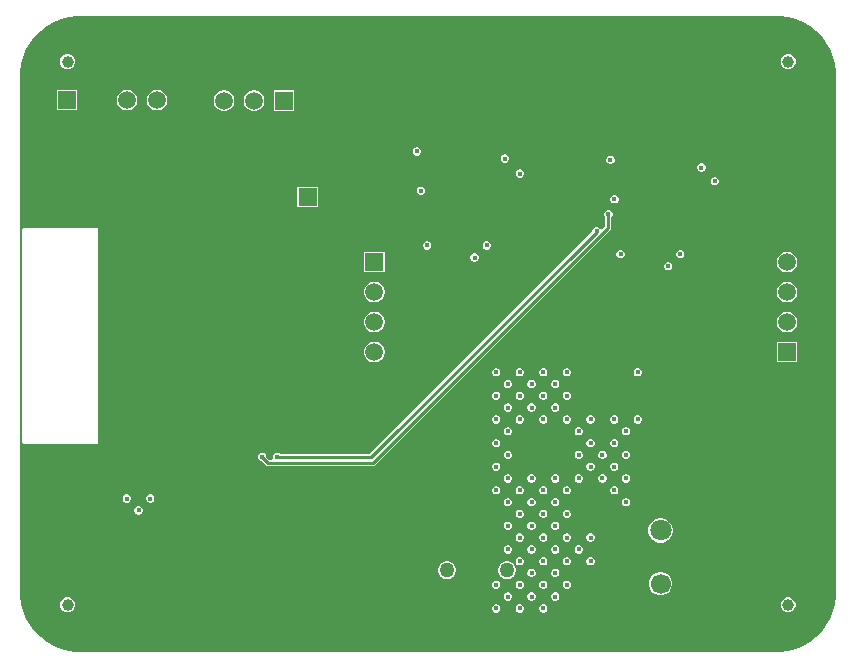
<source format=gbr>
%TF.GenerationSoftware,Altium Limited,Altium Designer,22.10.1 (41)*%
G04 Layer_Physical_Order=4*
G04 Layer_Color=16711680*
%FSLAX45Y45*%
%MOMM*%
%TF.SameCoordinates,C9E4A285-3493-4599-8121-F693CE24ADE7*%
%TF.FilePolarity,Positive*%
%TF.FileFunction,Copper,L4,Bot,Signal*%
%TF.Part,Single*%
G01*
G75*
%TA.AperFunction,Conductor*%
%ADD27C,0.25400*%
%TA.AperFunction,ComponentPad*%
%ADD28C,1.27000*%
%ADD29C,1.50000*%
%ADD30R,1.50000X1.50000*%
%ADD31R,1.50000X1.50000*%
%ADD32C,1.80000*%
%ADD33C,1.70000*%
%TA.AperFunction,ViaPad*%
%ADD34C,0.45000*%
%ADD35C,1.00000*%
G36*
X508000Y5384800D02*
X6400797Y5384798D01*
X6400798Y5384798D01*
X6400798Y5384798D01*
X6434094Y5384798D01*
X6500117Y5376107D01*
X6564440Y5358872D01*
X6625963Y5333389D01*
X6683634Y5300093D01*
X6736465Y5259554D01*
X6783553Y5212467D01*
X6824092Y5159636D01*
X6857389Y5101965D01*
X6882872Y5040442D01*
X6900108Y4976119D01*
X6908800Y4910096D01*
X6908799Y4876800D01*
X6908800Y508000D01*
X6908799Y508000D01*
X6908799Y474704D01*
X6900108Y408681D01*
X6882872Y344358D01*
X6857389Y282835D01*
X6824093Y225164D01*
X6783554Y172333D01*
X6736466Y125246D01*
X6683635Y84707D01*
X6625965Y51411D01*
X6564442Y25927D01*
X6500118Y8692D01*
X6434096Y0D01*
X6400800Y0D01*
X507995D01*
X474699Y0D01*
X408676Y8692D01*
X344354Y25927D01*
X282831Y51411D01*
X225160Y84707D01*
X172330Y125246D01*
X125242Y172333D01*
X84704Y225165D01*
X51408Y282835D01*
X25925Y344358D01*
X8691Y408681D01*
X-0Y474704D01*
X0Y508000D01*
X0Y4864834D01*
X1Y4876796D01*
X1Y4876796D01*
X1Y4876797D01*
X0Y4876797D01*
X0Y4910093D01*
X8691Y4976116D01*
X25926Y5040439D01*
X51409Y5101963D01*
X84705Y5159634D01*
X125243Y5212466D01*
X172331Y5259554D01*
X225163Y5300093D01*
X282834Y5333390D01*
X344357Y5358873D01*
X408681Y5376108D01*
X474703Y5384800D01*
X508000Y5384800D01*
D02*
G37*
%LPC*%
G36*
X6512472Y5062700D02*
X6487528D01*
X6464483Y5053154D01*
X6446846Y5035516D01*
X6437300Y5012472D01*
Y4987528D01*
X6446846Y4964483D01*
X6464483Y4946846D01*
X6487528Y4937300D01*
X6512472D01*
X6535517Y4946846D01*
X6553154Y4964483D01*
X6562700Y4987528D01*
Y5012472D01*
X6553154Y5035516D01*
X6535517Y5053154D01*
X6512472Y5062700D01*
D02*
G37*
G36*
X412472D02*
X387528D01*
X364483Y5053154D01*
X346846Y5035516D01*
X337300Y5012472D01*
Y4987528D01*
X346846Y4964483D01*
X364483Y4946846D01*
X387528Y4937300D01*
X412472D01*
X435517Y4946846D01*
X453154Y4964483D01*
X462700Y4987528D01*
Y5012472D01*
X453154Y5035516D01*
X435517Y5053154D01*
X412472Y5062700D01*
D02*
G37*
G36*
X1167246Y4761300D02*
X1144154D01*
X1121849Y4755323D01*
X1101851Y4743777D01*
X1085523Y4727449D01*
X1073977Y4707451D01*
X1068000Y4685146D01*
Y4662054D01*
X1073977Y4639749D01*
X1085523Y4619751D01*
X1101851Y4603423D01*
X1121849Y4591877D01*
X1144154Y4585900D01*
X1167246D01*
X1189551Y4591877D01*
X1209549Y4603423D01*
X1225877Y4619751D01*
X1237423Y4639749D01*
X1243400Y4662054D01*
Y4685146D01*
X1237423Y4707451D01*
X1225877Y4727449D01*
X1209549Y4743777D01*
X1189551Y4755323D01*
X1167246Y4761300D01*
D02*
G37*
G36*
X913246D02*
X890154D01*
X867849Y4755323D01*
X847851Y4743777D01*
X831523Y4727449D01*
X819977Y4707451D01*
X814000Y4685146D01*
Y4662054D01*
X819977Y4639749D01*
X831523Y4619751D01*
X847851Y4603423D01*
X867849Y4591877D01*
X890154Y4585900D01*
X913246D01*
X935551Y4591877D01*
X955549Y4603423D01*
X971877Y4619751D01*
X983423Y4639749D01*
X989400Y4662054D01*
Y4685146D01*
X983423Y4707451D01*
X971877Y4727449D01*
X955549Y4743777D01*
X935551Y4755323D01*
X913246Y4761300D01*
D02*
G37*
G36*
X481400D02*
X306000D01*
Y4585900D01*
X481400D01*
Y4761300D01*
D02*
G37*
G36*
X2319700Y4757700D02*
X2144300D01*
Y4582300D01*
X2319700D01*
Y4757700D01*
D02*
G37*
G36*
X1989546D02*
X1966454D01*
X1944149Y4751723D01*
X1924151Y4740177D01*
X1907823Y4723849D01*
X1896277Y4703851D01*
X1890300Y4681546D01*
Y4658454D01*
X1896277Y4636149D01*
X1907823Y4616151D01*
X1924151Y4599823D01*
X1944149Y4588277D01*
X1966454Y4582300D01*
X1989546D01*
X2011851Y4588277D01*
X2031849Y4599823D01*
X2048177Y4616151D01*
X2059723Y4636149D01*
X2065700Y4658454D01*
Y4681546D01*
X2059723Y4703851D01*
X2048177Y4723849D01*
X2031849Y4740177D01*
X2011851Y4751723D01*
X1989546Y4757700D01*
D02*
G37*
G36*
X1735546D02*
X1712454D01*
X1690149Y4751723D01*
X1670151Y4740177D01*
X1653823Y4723849D01*
X1642277Y4703851D01*
X1636300Y4681546D01*
Y4658454D01*
X1642277Y4636149D01*
X1653823Y4616151D01*
X1670151Y4599823D01*
X1690149Y4588277D01*
X1712454Y4582300D01*
X1735546D01*
X1757851Y4588277D01*
X1777849Y4599823D01*
X1794177Y4616151D01*
X1805723Y4636149D01*
X1811700Y4658454D01*
Y4681546D01*
X1805723Y4703851D01*
X1794177Y4723849D01*
X1777849Y4740177D01*
X1757851Y4751723D01*
X1735546Y4757700D01*
D02*
G37*
G36*
X3363702Y4273738D02*
X3349698D01*
X3336761Y4268380D01*
X3326859Y4258478D01*
X3321500Y4245540D01*
Y4231537D01*
X3326859Y4218600D01*
X3336761Y4208698D01*
X3349698Y4203339D01*
X3363702D01*
X3376639Y4208698D01*
X3386541Y4218600D01*
X3391900Y4231537D01*
Y4245540D01*
X3386541Y4258478D01*
X3376639Y4268380D01*
X3363702Y4273738D01*
D02*
G37*
G36*
X4109102Y4213500D02*
X4095098D01*
X4082161Y4208141D01*
X4072259Y4198239D01*
X4066900Y4185302D01*
Y4171298D01*
X4072259Y4158361D01*
X4082161Y4148459D01*
X4095098Y4143100D01*
X4109102D01*
X4122039Y4148459D01*
X4131941Y4158361D01*
X4137300Y4171298D01*
Y4185302D01*
X4131941Y4198239D01*
X4122039Y4208141D01*
X4109102Y4213500D01*
D02*
G37*
G36*
X5002002Y4202618D02*
X4987998D01*
X4975061Y4197260D01*
X4965159Y4187358D01*
X4959800Y4174420D01*
Y4160417D01*
X4965159Y4147480D01*
X4975061Y4137578D01*
X4987998Y4132219D01*
X5002002D01*
X5014939Y4137578D01*
X5024841Y4147480D01*
X5030200Y4160417D01*
Y4174420D01*
X5024841Y4187358D01*
X5014939Y4197260D01*
X5002002Y4202618D01*
D02*
G37*
G36*
X5772802Y4137300D02*
X5758798D01*
X5745861Y4131941D01*
X5735959Y4122039D01*
X5730600Y4109102D01*
Y4095098D01*
X5735959Y4082161D01*
X5745861Y4072259D01*
X5758798Y4066900D01*
X5772802D01*
X5785739Y4072259D01*
X5795641Y4082161D01*
X5801000Y4095098D01*
Y4109102D01*
X5795641Y4122039D01*
X5785739Y4131941D01*
X5772802Y4137300D01*
D02*
G37*
G36*
X4236102Y4086500D02*
X4222098D01*
X4209161Y4081141D01*
X4199259Y4071239D01*
X4193900Y4058302D01*
Y4044298D01*
X4199259Y4031361D01*
X4209161Y4021459D01*
X4222098Y4016100D01*
X4236102D01*
X4249039Y4021459D01*
X4258941Y4031361D01*
X4264300Y4044298D01*
Y4058302D01*
X4258941Y4071239D01*
X4249039Y4081141D01*
X4236102Y4086500D01*
D02*
G37*
G36*
X5887102Y4023000D02*
X5873098D01*
X5860161Y4017641D01*
X5850259Y4007739D01*
X5844900Y3994802D01*
Y3980798D01*
X5850259Y3967861D01*
X5860161Y3957959D01*
X5873098Y3952600D01*
X5887102D01*
X5900039Y3957959D01*
X5909941Y3967861D01*
X5915300Y3980798D01*
Y3994802D01*
X5909941Y4007739D01*
X5900039Y4017641D01*
X5887102Y4023000D01*
D02*
G37*
G36*
X3397902Y3941720D02*
X3383898D01*
X3370961Y3936361D01*
X3361059Y3926459D01*
X3355700Y3913522D01*
Y3899518D01*
X3361059Y3886581D01*
X3370961Y3876679D01*
X3383898Y3871320D01*
X3397902D01*
X3410839Y3876679D01*
X3420741Y3886581D01*
X3426100Y3899518D01*
Y3913522D01*
X3420741Y3926459D01*
X3410839Y3936361D01*
X3397902Y3941720D01*
D02*
G37*
G36*
X5036202Y3868720D02*
X5022198D01*
X5009261Y3863361D01*
X4999359Y3853459D01*
X4994000Y3840522D01*
Y3826518D01*
X4999359Y3813581D01*
X5009261Y3803679D01*
X5022198Y3798320D01*
X5036202D01*
X5049139Y3803679D01*
X5059041Y3813581D01*
X5064400Y3826518D01*
Y3840522D01*
X5059041Y3853459D01*
X5049139Y3863361D01*
X5036202Y3868720D01*
D02*
G37*
G36*
X2521020Y3940880D02*
X2345620D01*
Y3765480D01*
X2521020D01*
Y3940880D01*
D02*
G37*
G36*
X4985402Y3743600D02*
X4971398D01*
X4958461Y3738241D01*
X4948559Y3728339D01*
X4943200Y3715402D01*
Y3701398D01*
X4948559Y3688461D01*
X4952502Y3684518D01*
Y3605126D01*
X4924115Y3576739D01*
X4909134Y3579719D01*
X4908181Y3582019D01*
X4898279Y3591921D01*
X4885342Y3597280D01*
X4871338D01*
X4858401Y3591921D01*
X4848499Y3582019D01*
X4843140Y3569082D01*
Y3561505D01*
X2961213Y1679578D01*
X2197982D01*
X2194039Y1683521D01*
X2181102Y1688880D01*
X2167098D01*
X2154161Y1683521D01*
X2144259Y1673619D01*
X2138900Y1660682D01*
Y1646678D01*
X2141112Y1641338D01*
X2132769Y1628638D01*
X2108767D01*
X2082440Y1654965D01*
Y1660542D01*
X2077081Y1673479D01*
X2067179Y1683381D01*
X2054242Y1688740D01*
X2040238D01*
X2027301Y1683381D01*
X2017399Y1673479D01*
X2012040Y1660542D01*
Y1646538D01*
X2017399Y1633601D01*
X2027301Y1623699D01*
X2040238Y1618340D01*
X2045815D01*
X2079728Y1584428D01*
X2088129Y1578814D01*
X2098040Y1576842D01*
X2986741D01*
X2996651Y1578814D01*
X3005053Y1584428D01*
X4996712Y3576087D01*
X5002326Y3584489D01*
X5004298Y3594399D01*
Y3684518D01*
X5008241Y3688461D01*
X5013600Y3701398D01*
Y3715402D01*
X5008241Y3728339D01*
X4998339Y3738241D01*
X4985402Y3743600D01*
D02*
G37*
G36*
X3449802Y3478340D02*
X3435798D01*
X3422861Y3472981D01*
X3412959Y3463079D01*
X3407600Y3450142D01*
Y3436138D01*
X3412959Y3423201D01*
X3422861Y3413299D01*
X3435798Y3407940D01*
X3449802D01*
X3462739Y3413299D01*
X3472641Y3423201D01*
X3478000Y3436138D01*
Y3450142D01*
X3472641Y3463079D01*
X3462739Y3472981D01*
X3449802Y3478340D01*
D02*
G37*
G36*
X3955532Y3477990D02*
X3941528D01*
X3928591Y3472631D01*
X3918689Y3462729D01*
X3913330Y3449792D01*
Y3435788D01*
X3918689Y3422851D01*
X3928591Y3412949D01*
X3941528Y3407590D01*
X3955532D01*
X3968469Y3412949D01*
X3978371Y3422851D01*
X3983730Y3435788D01*
Y3449792D01*
X3978371Y3462729D01*
X3968469Y3472631D01*
X3955532Y3477990D01*
D02*
G37*
G36*
X5088102Y3405340D02*
X5074098D01*
X5061161Y3399981D01*
X5051259Y3390079D01*
X5045900Y3377142D01*
Y3363139D01*
X5051259Y3350201D01*
X5061161Y3340299D01*
X5074098Y3334940D01*
X5088102D01*
X5101039Y3340299D01*
X5110941Y3350201D01*
X5116300Y3363139D01*
Y3377142D01*
X5110941Y3390079D01*
X5101039Y3399981D01*
X5088102Y3405340D01*
D02*
G37*
G36*
X5593902Y3405060D02*
X5579898D01*
X5566961Y3399701D01*
X5557059Y3389799D01*
X5551700Y3376862D01*
Y3362859D01*
X5557059Y3349921D01*
X5566961Y3340019D01*
X5579898Y3334661D01*
X5593902D01*
X5606839Y3340019D01*
X5616741Y3349921D01*
X5622100Y3362859D01*
Y3376862D01*
X5616741Y3389799D01*
X5606839Y3399701D01*
X5593902Y3405060D01*
D02*
G37*
G36*
X3852562Y3375300D02*
X3838558D01*
X3825621Y3369941D01*
X3815719Y3360039D01*
X3810360Y3347102D01*
Y3333098D01*
X3815719Y3320161D01*
X3825621Y3310259D01*
X3838558Y3304900D01*
X3852562D01*
X3865499Y3310259D01*
X3875401Y3320161D01*
X3880760Y3333098D01*
Y3347102D01*
X3875401Y3360039D01*
X3865499Y3369941D01*
X3852562Y3375300D01*
D02*
G37*
G36*
X5490862Y3302300D02*
X5476858D01*
X5463921Y3296941D01*
X5454019Y3287039D01*
X5448660Y3274102D01*
Y3260098D01*
X5454019Y3247161D01*
X5463921Y3237259D01*
X5476858Y3231900D01*
X5490862D01*
X5503799Y3237259D01*
X5513701Y3247161D01*
X5519060Y3260098D01*
Y3274102D01*
X5513701Y3287039D01*
X5503799Y3296941D01*
X5490862Y3302300D01*
D02*
G37*
G36*
X6501246Y3389700D02*
X6478154D01*
X6455849Y3383723D01*
X6435851Y3372177D01*
X6419523Y3355849D01*
X6407977Y3335851D01*
X6402000Y3313546D01*
Y3290454D01*
X6407977Y3268149D01*
X6419523Y3248151D01*
X6435851Y3231823D01*
X6455849Y3220277D01*
X6478154Y3214300D01*
X6501246D01*
X6523551Y3220277D01*
X6543549Y3231823D01*
X6559877Y3248151D01*
X6571423Y3268149D01*
X6577400Y3290454D01*
Y3313546D01*
X6571423Y3335851D01*
X6559877Y3355849D01*
X6543549Y3372177D01*
X6523551Y3383723D01*
X6501246Y3389700D01*
D02*
G37*
G36*
X3084900D02*
X2909500D01*
Y3214300D01*
X3084900D01*
Y3389700D01*
D02*
G37*
G36*
X6501246Y3135700D02*
X6478154D01*
X6455849Y3129723D01*
X6435851Y3118177D01*
X6419523Y3101849D01*
X6407977Y3081851D01*
X6402000Y3059546D01*
Y3036454D01*
X6407977Y3014149D01*
X6419523Y2994151D01*
X6435851Y2977823D01*
X6455849Y2966277D01*
X6478154Y2960300D01*
X6501246D01*
X6523551Y2966277D01*
X6543549Y2977823D01*
X6559877Y2994151D01*
X6571423Y3014149D01*
X6577400Y3036454D01*
Y3059546D01*
X6571423Y3081851D01*
X6559877Y3101849D01*
X6543549Y3118177D01*
X6523551Y3129723D01*
X6501246Y3135700D01*
D02*
G37*
G36*
X3008746D02*
X2985654D01*
X2963349Y3129723D01*
X2943351Y3118177D01*
X2927023Y3101849D01*
X2915477Y3081851D01*
X2909500Y3059546D01*
Y3036454D01*
X2915477Y3014149D01*
X2927023Y2994151D01*
X2943351Y2977823D01*
X2963349Y2966277D01*
X2985654Y2960300D01*
X3008746D01*
X3031051Y2966277D01*
X3051049Y2977823D01*
X3067377Y2994151D01*
X3078923Y3014149D01*
X3084900Y3036454D01*
Y3059546D01*
X3078923Y3081851D01*
X3067377Y3101849D01*
X3051049Y3118177D01*
X3031051Y3129723D01*
X3008746Y3135700D01*
D02*
G37*
G36*
X6501246Y2881700D02*
X6478154D01*
X6455849Y2875723D01*
X6435851Y2864177D01*
X6419523Y2847849D01*
X6407977Y2827851D01*
X6402000Y2805546D01*
Y2782454D01*
X6407977Y2760149D01*
X6419523Y2740151D01*
X6435851Y2723823D01*
X6455849Y2712277D01*
X6478154Y2706300D01*
X6501246D01*
X6523551Y2712277D01*
X6543549Y2723823D01*
X6559877Y2740151D01*
X6571423Y2760149D01*
X6577400Y2782454D01*
Y2805546D01*
X6571423Y2827851D01*
X6559877Y2847849D01*
X6543549Y2864177D01*
X6523551Y2875723D01*
X6501246Y2881700D01*
D02*
G37*
G36*
X3008746D02*
X2985654D01*
X2963349Y2875723D01*
X2943351Y2864177D01*
X2927023Y2847849D01*
X2915477Y2827851D01*
X2909500Y2805546D01*
Y2782454D01*
X2915477Y2760149D01*
X2927023Y2740151D01*
X2943351Y2723823D01*
X2963349Y2712277D01*
X2985654Y2706300D01*
X3008746D01*
X3031051Y2712277D01*
X3051049Y2723823D01*
X3067377Y2740151D01*
X3078923Y2760149D01*
X3084900Y2782454D01*
Y2805546D01*
X3078923Y2827851D01*
X3067377Y2847849D01*
X3051049Y2864177D01*
X3031051Y2875723D01*
X3008746Y2881700D01*
D02*
G37*
G36*
X6577400Y2627700D02*
X6402000D01*
Y2452300D01*
X6577400D01*
Y2627700D01*
D02*
G37*
G36*
X3008746D02*
X2985654D01*
X2963349Y2621723D01*
X2943351Y2610177D01*
X2927023Y2593849D01*
X2915477Y2573851D01*
X2909500Y2551546D01*
Y2528454D01*
X2915477Y2506149D01*
X2927023Y2486151D01*
X2943351Y2469823D01*
X2963349Y2458277D01*
X2985654Y2452300D01*
X3008746D01*
X3031051Y2458277D01*
X3051049Y2469823D01*
X3067377Y2486151D01*
X3078923Y2506149D01*
X3084900Y2528454D01*
Y2551546D01*
X3078923Y2573851D01*
X3067377Y2593849D01*
X3051049Y2610177D01*
X3031051Y2621723D01*
X3008746Y2627700D01*
D02*
G37*
G36*
X4034504Y2405099D02*
X4020501D01*
X4007563Y2399740D01*
X3997662Y2389838D01*
X3992303Y2376901D01*
Y2362897D01*
X3997662Y2349960D01*
X4007563Y2340058D01*
X4020501Y2334699D01*
X4034504D01*
X4047441Y2340058D01*
X4057343Y2349960D01*
X4062702Y2362897D01*
Y2376901D01*
X4057343Y2389838D01*
X4047441Y2399740D01*
X4034504Y2405099D01*
D02*
G37*
G36*
X4234504Y2405098D02*
X4220501D01*
X4207563Y2399739D01*
X4197661Y2389837D01*
X4192303Y2376900D01*
Y2362897D01*
X4197661Y2349959D01*
X4207563Y2340058D01*
X4220501Y2334699D01*
X4234504D01*
X4247441Y2340058D01*
X4257343Y2349959D01*
X4262702Y2362897D01*
Y2376900D01*
X4257343Y2389837D01*
X4247441Y2399739D01*
X4234504Y2405098D01*
D02*
G37*
G36*
X4434504Y2405098D02*
X4420500D01*
X4407563Y2399739D01*
X4397661Y2389837D01*
X4392302Y2376900D01*
Y2362896D01*
X4397661Y2349959D01*
X4407563Y2340057D01*
X4420500Y2334698D01*
X4434504D01*
X4447441Y2340057D01*
X4457343Y2349959D01*
X4462702Y2362896D01*
Y2376900D01*
X4457343Y2389837D01*
X4447441Y2399739D01*
X4434504Y2405098D01*
D02*
G37*
G36*
X4634504Y2405098D02*
X4620500D01*
X4607563Y2399739D01*
X4597661Y2389837D01*
X4592302Y2376900D01*
Y2362896D01*
X4597661Y2349959D01*
X4607563Y2340057D01*
X4620500Y2334698D01*
X4634504D01*
X4647441Y2340057D01*
X4657343Y2349959D01*
X4662702Y2362896D01*
Y2376900D01*
X4657343Y2389837D01*
X4647441Y2399739D01*
X4634504Y2405098D01*
D02*
G37*
G36*
X5234503Y2405097D02*
X5220500D01*
X5207563Y2399738D01*
X5197661Y2389836D01*
X5192302Y2376899D01*
Y2362895D01*
X5197661Y2349958D01*
X5207563Y2340056D01*
X5220500Y2334697D01*
X5234503D01*
X5247441Y2340056D01*
X5257343Y2349958D01*
X5262701Y2362895D01*
Y2376899D01*
X5257343Y2389836D01*
X5247441Y2399738D01*
X5234503Y2405097D01*
D02*
G37*
G36*
X4134504Y2305099D02*
X4120501D01*
X4107563Y2299740D01*
X4097661Y2289838D01*
X4092302Y2276900D01*
Y2262897D01*
X4097661Y2249960D01*
X4107563Y2240058D01*
X4120501Y2234699D01*
X4134504D01*
X4147441Y2240058D01*
X4157343Y2249960D01*
X4162702Y2262897D01*
Y2276900D01*
X4157343Y2289838D01*
X4147441Y2299740D01*
X4134504Y2305099D01*
D02*
G37*
G36*
X4334504Y2305098D02*
X4320500D01*
X4307563Y2299739D01*
X4297661Y2289837D01*
X4292302Y2276900D01*
Y2262897D01*
X4297661Y2249959D01*
X4307563Y2240057D01*
X4320500Y2234699D01*
X4334504D01*
X4347441Y2240057D01*
X4357343Y2249959D01*
X4362702Y2262897D01*
Y2276900D01*
X4357343Y2289837D01*
X4347441Y2299739D01*
X4334504Y2305098D01*
D02*
G37*
G36*
X4534504Y2305098D02*
X4520500D01*
X4507563Y2299739D01*
X4497661Y2289837D01*
X4492302Y2276900D01*
Y2262896D01*
X4497661Y2249959D01*
X4507563Y2240057D01*
X4520500Y2234698D01*
X4534504D01*
X4547441Y2240057D01*
X4557343Y2249959D01*
X4562702Y2262896D01*
Y2276900D01*
X4557343Y2289837D01*
X4547441Y2299739D01*
X4534504Y2305098D01*
D02*
G37*
G36*
X4034504Y2205099D02*
X4020500D01*
X4007563Y2199740D01*
X3997661Y2189838D01*
X3992302Y2176901D01*
Y2162897D01*
X3997661Y2149960D01*
X4007563Y2140058D01*
X4020500Y2134699D01*
X4034504D01*
X4047441Y2140058D01*
X4057343Y2149960D01*
X4062702Y2162897D01*
Y2176901D01*
X4057343Y2189838D01*
X4047441Y2199740D01*
X4034504Y2205099D01*
D02*
G37*
G36*
X4234504Y2205098D02*
X4220500D01*
X4207563Y2199740D01*
X4197661Y2189838D01*
X4192302Y2176900D01*
Y2162897D01*
X4197661Y2149960D01*
X4207563Y2140058D01*
X4220500Y2134699D01*
X4234504D01*
X4247441Y2140058D01*
X4257343Y2149960D01*
X4262702Y2162897D01*
Y2176900D01*
X4257343Y2189838D01*
X4247441Y2199740D01*
X4234504Y2205098D01*
D02*
G37*
G36*
X4434504Y2205098D02*
X4420500D01*
X4407563Y2199739D01*
X4397661Y2189837D01*
X4392302Y2176900D01*
Y2162897D01*
X4397661Y2149959D01*
X4407563Y2140057D01*
X4420500Y2134699D01*
X4434504D01*
X4447441Y2140057D01*
X4457343Y2149959D01*
X4462702Y2162897D01*
Y2176900D01*
X4457343Y2189837D01*
X4447441Y2199739D01*
X4434504Y2205098D01*
D02*
G37*
G36*
X4634504Y2205098D02*
X4620500D01*
X4607563Y2199739D01*
X4597661Y2189837D01*
X4592302Y2176900D01*
Y2162896D01*
X4597661Y2149959D01*
X4607563Y2140057D01*
X4620500Y2134698D01*
X4634504D01*
X4647441Y2140057D01*
X4657343Y2149959D01*
X4662702Y2162896D01*
Y2176900D01*
X4657343Y2189837D01*
X4647441Y2199739D01*
X4634504Y2205098D01*
D02*
G37*
G36*
X4134504Y2105099D02*
X4120500D01*
X4107563Y2099740D01*
X4097661Y2089838D01*
X4092302Y2076901D01*
Y2062897D01*
X4097661Y2049960D01*
X4107563Y2040058D01*
X4120500Y2034699D01*
X4134504D01*
X4147441Y2040058D01*
X4157343Y2049960D01*
X4162702Y2062897D01*
Y2076901D01*
X4157343Y2089838D01*
X4147441Y2099740D01*
X4134504Y2105099D01*
D02*
G37*
G36*
X4334504Y2105098D02*
X4320500D01*
X4307563Y2099740D01*
X4297661Y2089838D01*
X4292302Y2076900D01*
Y2062897D01*
X4297661Y2049960D01*
X4307563Y2040058D01*
X4320500Y2034699D01*
X4334504D01*
X4347441Y2040058D01*
X4357343Y2049960D01*
X4362702Y2062897D01*
Y2076900D01*
X4357343Y2089838D01*
X4347441Y2099740D01*
X4334504Y2105098D01*
D02*
G37*
G36*
X4534504Y2105098D02*
X4520500D01*
X4507563Y2099739D01*
X4497661Y2089837D01*
X4492302Y2076900D01*
Y2062897D01*
X4497661Y2049959D01*
X4507563Y2040057D01*
X4520500Y2034698D01*
X4534504D01*
X4547441Y2040057D01*
X4557343Y2049959D01*
X4562702Y2062897D01*
Y2076900D01*
X4557343Y2089837D01*
X4547441Y2099739D01*
X4534504Y2105098D01*
D02*
G37*
G36*
X4034504Y2005099D02*
X4020500D01*
X4007563Y1999740D01*
X3997661Y1989838D01*
X3992302Y1976901D01*
Y1962897D01*
X3997661Y1949960D01*
X4007563Y1940058D01*
X4020500Y1934699D01*
X4034504D01*
X4047441Y1940058D01*
X4057343Y1949960D01*
X4062702Y1962897D01*
Y1976901D01*
X4057343Y1989838D01*
X4047441Y1999740D01*
X4034504Y2005099D01*
D02*
G37*
G36*
X4234504Y2005099D02*
X4220500D01*
X4207563Y1999740D01*
X4197661Y1989838D01*
X4192302Y1976901D01*
Y1962897D01*
X4197661Y1949960D01*
X4207563Y1940058D01*
X4220500Y1934699D01*
X4234504D01*
X4247441Y1940058D01*
X4257343Y1949960D01*
X4262702Y1962897D01*
Y1976901D01*
X4257343Y1989838D01*
X4247441Y1999740D01*
X4234504Y2005099D01*
D02*
G37*
G36*
X4434503Y2005098D02*
X4420500D01*
X4407563Y1999739D01*
X4397661Y1989838D01*
X4392302Y1976900D01*
Y1962897D01*
X4397661Y1949960D01*
X4407563Y1940058D01*
X4420500Y1934699D01*
X4434503D01*
X4447441Y1940058D01*
X4457343Y1949960D01*
X4462702Y1962897D01*
Y1976900D01*
X4457343Y1989838D01*
X4447441Y1999739D01*
X4434503Y2005098D01*
D02*
G37*
G36*
X4634503Y2005098D02*
X4620500D01*
X4607563Y1999739D01*
X4597661Y1989837D01*
X4592302Y1976900D01*
Y1962897D01*
X4597661Y1949959D01*
X4607563Y1940057D01*
X4620500Y1934698D01*
X4634503D01*
X4647441Y1940057D01*
X4657342Y1949959D01*
X4662701Y1962897D01*
Y1976900D01*
X4657342Y1989837D01*
X4647441Y1999739D01*
X4634503Y2005098D01*
D02*
G37*
G36*
X4834503Y2005098D02*
X4820500D01*
X4807562Y1999739D01*
X4797660Y1989837D01*
X4792302Y1976900D01*
Y1962896D01*
X4797660Y1949959D01*
X4807562Y1940057D01*
X4820500Y1934698D01*
X4834503D01*
X4847440Y1940057D01*
X4857342Y1949959D01*
X4862701Y1962896D01*
Y1976900D01*
X4857342Y1989837D01*
X4847440Y1999739D01*
X4834503Y2005098D01*
D02*
G37*
G36*
X5034503Y2005098D02*
X5020499D01*
X5007562Y1999739D01*
X4997660Y1989837D01*
X4992301Y1976900D01*
Y1962896D01*
X4997660Y1949959D01*
X5007562Y1940057D01*
X5020499Y1934698D01*
X5034503D01*
X5047440Y1940057D01*
X5057342Y1949959D01*
X5062701Y1962896D01*
Y1976900D01*
X5057342Y1989837D01*
X5047440Y1999739D01*
X5034503Y2005098D01*
D02*
G37*
G36*
X5234503Y2005097D02*
X5220499D01*
X5207562Y1999738D01*
X5197660Y1989837D01*
X5192301Y1976899D01*
Y1962896D01*
X5197660Y1949959D01*
X5207562Y1940057D01*
X5220499Y1934698D01*
X5234503D01*
X5247440Y1940057D01*
X5257342Y1949959D01*
X5262701Y1962896D01*
Y1976899D01*
X5257342Y1989837D01*
X5247440Y1999738D01*
X5234503Y2005097D01*
D02*
G37*
G36*
X4134504Y1905099D02*
X4120500D01*
X4107563Y1899740D01*
X4097661Y1889838D01*
X4092302Y1876901D01*
Y1862897D01*
X4097661Y1849960D01*
X4107563Y1840058D01*
X4120500Y1834699D01*
X4134504D01*
X4147441Y1840058D01*
X4157343Y1849960D01*
X4162702Y1862897D01*
Y1876901D01*
X4157343Y1889838D01*
X4147441Y1899740D01*
X4134504Y1905099D01*
D02*
G37*
G36*
X4734503Y1905098D02*
X4720500D01*
X4707562Y1899739D01*
X4697660Y1889837D01*
X4692302Y1876900D01*
Y1862896D01*
X4697660Y1849959D01*
X4707562Y1840057D01*
X4720500Y1834698D01*
X4734503D01*
X4747440Y1840057D01*
X4757342Y1849959D01*
X4762701Y1862896D01*
Y1876900D01*
X4757342Y1889837D01*
X4747440Y1899739D01*
X4734503Y1905098D01*
D02*
G37*
G36*
X5134503Y1905098D02*
X5120499D01*
X5107562Y1899739D01*
X5097660Y1889837D01*
X5092301Y1876899D01*
Y1862896D01*
X5097660Y1849959D01*
X5107562Y1840057D01*
X5120499Y1834698D01*
X5134503D01*
X5147440Y1840057D01*
X5157342Y1849959D01*
X5162701Y1862896D01*
Y1876899D01*
X5157342Y1889837D01*
X5147440Y1899739D01*
X5134503Y1905098D01*
D02*
G37*
G36*
X647206Y3590747D02*
X28206D01*
X18486Y3586721D01*
X14459Y3577001D01*
Y1777001D01*
X18486Y1767280D01*
X28206Y1763254D01*
X647206D01*
X656926Y1767280D01*
X660952Y1777001D01*
Y3577001D01*
X656926Y3586721D01*
X647206Y3590747D01*
D02*
G37*
G36*
X4034503Y1805099D02*
X4020500D01*
X4007563Y1799740D01*
X3997661Y1789838D01*
X3992302Y1776901D01*
Y1762897D01*
X3997661Y1749960D01*
X4007563Y1740058D01*
X4020500Y1734699D01*
X4034503D01*
X4047441Y1740058D01*
X4057343Y1749960D01*
X4062702Y1762897D01*
Y1776901D01*
X4057343Y1789838D01*
X4047441Y1799740D01*
X4034503Y1805099D01*
D02*
G37*
G36*
X4834503Y1805098D02*
X4820499D01*
X4807562Y1799739D01*
X4797660Y1789837D01*
X4792301Y1776900D01*
Y1762896D01*
X4797660Y1749959D01*
X4807562Y1740057D01*
X4820499Y1734698D01*
X4834503D01*
X4847440Y1740057D01*
X4857342Y1749959D01*
X4862701Y1762896D01*
Y1776900D01*
X4857342Y1789837D01*
X4847440Y1799739D01*
X4834503Y1805098D01*
D02*
G37*
G36*
X5034503Y1805098D02*
X5020499D01*
X5007562Y1799739D01*
X4997660Y1789837D01*
X4992301Y1776900D01*
Y1762896D01*
X4997660Y1749959D01*
X5007562Y1740057D01*
X5020499Y1734698D01*
X5034503D01*
X5047440Y1740057D01*
X5057342Y1749959D01*
X5062701Y1762896D01*
Y1776900D01*
X5057342Y1789837D01*
X5047440Y1799739D01*
X5034503Y1805098D01*
D02*
G37*
G36*
X4134503Y1705099D02*
X4120500D01*
X4107563Y1699740D01*
X4097661Y1689838D01*
X4092302Y1676901D01*
Y1662897D01*
X4097661Y1649960D01*
X4107563Y1640058D01*
X4120500Y1634699D01*
X4134503D01*
X4147441Y1640058D01*
X4157342Y1649960D01*
X4162701Y1662897D01*
Y1676901D01*
X4157342Y1689838D01*
X4147441Y1699740D01*
X4134503Y1705099D01*
D02*
G37*
G36*
X4734503Y1705098D02*
X4720499D01*
X4707562Y1699739D01*
X4697660Y1689837D01*
X4692301Y1676900D01*
Y1662897D01*
X4697660Y1649959D01*
X4707562Y1640057D01*
X4720499Y1634699D01*
X4734503D01*
X4747440Y1640057D01*
X4757342Y1649959D01*
X4762701Y1662897D01*
Y1676900D01*
X4757342Y1689837D01*
X4747440Y1699739D01*
X4734503Y1705098D01*
D02*
G37*
G36*
X4934503Y1705098D02*
X4920499D01*
X4907562Y1699739D01*
X4897660Y1689837D01*
X4892301Y1676900D01*
Y1662896D01*
X4897660Y1649959D01*
X4907562Y1640057D01*
X4920499Y1634698D01*
X4934503D01*
X4947440Y1640057D01*
X4957342Y1649959D01*
X4962701Y1662896D01*
Y1676900D01*
X4957342Y1689837D01*
X4947440Y1699739D01*
X4934503Y1705098D01*
D02*
G37*
G36*
X5134503Y1705098D02*
X5120499D01*
X5107562Y1699739D01*
X5097660Y1689837D01*
X5092301Y1676900D01*
Y1662896D01*
X5097660Y1649959D01*
X5107562Y1640057D01*
X5120499Y1634698D01*
X5134503D01*
X5147440Y1640057D01*
X5157342Y1649959D01*
X5162701Y1662896D01*
Y1676900D01*
X5157342Y1689837D01*
X5147440Y1699739D01*
X5134503Y1705098D01*
D02*
G37*
G36*
X4034503Y1605099D02*
X4020500D01*
X4007562Y1599740D01*
X3997661Y1589838D01*
X3992302Y1576901D01*
Y1562898D01*
X3997661Y1549960D01*
X4007562Y1540058D01*
X4020500Y1534699D01*
X4034503D01*
X4047440Y1540058D01*
X4057342Y1549960D01*
X4062701Y1562898D01*
Y1576901D01*
X4057342Y1589838D01*
X4047440Y1599740D01*
X4034503Y1605099D01*
D02*
G37*
G36*
X4834503Y1605098D02*
X4820499D01*
X4807562Y1599739D01*
X4797660Y1589837D01*
X4792301Y1576900D01*
Y1562897D01*
X4797660Y1549959D01*
X4807562Y1540057D01*
X4820499Y1534698D01*
X4834503D01*
X4847440Y1540057D01*
X4857342Y1549959D01*
X4862701Y1562897D01*
Y1576900D01*
X4857342Y1589837D01*
X4847440Y1599739D01*
X4834503Y1605098D01*
D02*
G37*
G36*
X5034503Y1605098D02*
X5020499D01*
X5007562Y1599739D01*
X4997660Y1589837D01*
X4992301Y1576900D01*
Y1562896D01*
X4997660Y1549959D01*
X5007562Y1540057D01*
X5020499Y1534698D01*
X5034503D01*
X5047440Y1540057D01*
X5057342Y1549959D01*
X5062701Y1562896D01*
Y1576900D01*
X5057342Y1589837D01*
X5047440Y1599739D01*
X5034503Y1605098D01*
D02*
G37*
G36*
X4134503Y1505099D02*
X4120500D01*
X4107562Y1499740D01*
X4097660Y1489838D01*
X4092301Y1476901D01*
Y1462898D01*
X4097660Y1449960D01*
X4107562Y1440058D01*
X4120500Y1434699D01*
X4134503D01*
X4147440Y1440058D01*
X4157342Y1449960D01*
X4162701Y1462898D01*
Y1476901D01*
X4157342Y1489838D01*
X4147440Y1499740D01*
X4134503Y1505099D01*
D02*
G37*
G36*
X4334503Y1505099D02*
X4320499D01*
X4307562Y1499740D01*
X4297660Y1489838D01*
X4292301Y1476901D01*
Y1462897D01*
X4297660Y1449960D01*
X4307562Y1440058D01*
X4320499Y1434699D01*
X4334503D01*
X4347440Y1440058D01*
X4357342Y1449960D01*
X4362701Y1462897D01*
Y1476901D01*
X4357342Y1489838D01*
X4347440Y1499740D01*
X4334503Y1505099D01*
D02*
G37*
G36*
X4534503Y1505099D02*
X4520499D01*
X4507562Y1499740D01*
X4497660Y1489838D01*
X4492301Y1476901D01*
Y1462897D01*
X4497660Y1449960D01*
X4507562Y1440058D01*
X4520499Y1434699D01*
X4534503D01*
X4547440Y1440058D01*
X4557342Y1449960D01*
X4562701Y1462897D01*
Y1476901D01*
X4557342Y1489838D01*
X4547440Y1499740D01*
X4534503Y1505099D01*
D02*
G37*
G36*
X4734503Y1505098D02*
X4720499D01*
X4707562Y1499739D01*
X4697660Y1489838D01*
X4692301Y1476900D01*
Y1462897D01*
X4697660Y1449960D01*
X4707562Y1440058D01*
X4720499Y1434699D01*
X4734503D01*
X4747440Y1440058D01*
X4757342Y1449960D01*
X4762701Y1462897D01*
Y1476900D01*
X4757342Y1489838D01*
X4747440Y1499739D01*
X4734503Y1505098D01*
D02*
G37*
G36*
X4934502Y1505098D02*
X4920499D01*
X4907562Y1499739D01*
X4897660Y1489837D01*
X4892301Y1476900D01*
Y1462896D01*
X4897660Y1449959D01*
X4907562Y1440057D01*
X4920499Y1434698D01*
X4934502D01*
X4947440Y1440057D01*
X4957342Y1449959D01*
X4962701Y1462896D01*
Y1476900D01*
X4957342Y1489837D01*
X4947440Y1499739D01*
X4934502Y1505098D01*
D02*
G37*
G36*
X5134502Y1505098D02*
X5120499D01*
X5107562Y1499739D01*
X5097660Y1489837D01*
X5092301Y1476900D01*
Y1462896D01*
X5097660Y1449959D01*
X5107562Y1440057D01*
X5120499Y1434698D01*
X5134502D01*
X5147440Y1440057D01*
X5157341Y1449959D01*
X5162700Y1462896D01*
Y1476900D01*
X5157341Y1489837D01*
X5147440Y1499739D01*
X5134502Y1505098D01*
D02*
G37*
G36*
X4034503Y1405099D02*
X4020499D01*
X4007562Y1399740D01*
X3997660Y1389838D01*
X3992301Y1376901D01*
Y1362898D01*
X3997660Y1349960D01*
X4007562Y1340059D01*
X4020499Y1334700D01*
X4034503D01*
X4047440Y1340059D01*
X4057342Y1349960D01*
X4062701Y1362898D01*
Y1376901D01*
X4057342Y1389838D01*
X4047440Y1399740D01*
X4034503Y1405099D01*
D02*
G37*
G36*
X4234503Y1405099D02*
X4220499D01*
X4207562Y1399740D01*
X4197660Y1389838D01*
X4192301Y1376901D01*
Y1362897D01*
X4197660Y1349960D01*
X4207562Y1340058D01*
X4220499Y1334699D01*
X4234503D01*
X4247440Y1340058D01*
X4257342Y1349960D01*
X4262701Y1362897D01*
Y1376901D01*
X4257342Y1389838D01*
X4247440Y1399740D01*
X4234503Y1405099D01*
D02*
G37*
G36*
X4434503Y1405099D02*
X4420499D01*
X4407562Y1399740D01*
X4397660Y1389838D01*
X4392301Y1376901D01*
Y1362897D01*
X4397660Y1349960D01*
X4407562Y1340058D01*
X4420499Y1334699D01*
X4434503D01*
X4447440Y1340058D01*
X4457342Y1349960D01*
X4462701Y1362897D01*
Y1376901D01*
X4457342Y1389838D01*
X4447440Y1399740D01*
X4434503Y1405099D01*
D02*
G37*
G36*
X4634503Y1405099D02*
X4620499D01*
X4607562Y1399740D01*
X4597660Y1389838D01*
X4592301Y1376900D01*
Y1362897D01*
X4597660Y1349960D01*
X4607562Y1340058D01*
X4620499Y1334699D01*
X4634503D01*
X4647440Y1340058D01*
X4657342Y1349960D01*
X4662701Y1362897D01*
Y1376900D01*
X4657342Y1389838D01*
X4647440Y1399740D01*
X4634503Y1405099D01*
D02*
G37*
G36*
X5034502Y1405098D02*
X5020499D01*
X5007561Y1399739D01*
X4997660Y1389837D01*
X4992301Y1376900D01*
Y1362896D01*
X4997660Y1349959D01*
X5007561Y1340057D01*
X5020499Y1334698D01*
X5034502D01*
X5047439Y1340057D01*
X5057341Y1349959D01*
X5062700Y1362896D01*
Y1376900D01*
X5057341Y1389837D01*
X5047439Y1399739D01*
X5034502Y1405098D01*
D02*
G37*
G36*
X907002Y1335200D02*
X892998D01*
X880061Y1329841D01*
X870159Y1319939D01*
X864800Y1307001D01*
Y1292998D01*
X870159Y1280061D01*
X880061Y1270159D01*
X892998Y1264800D01*
X907002D01*
X919939Y1270159D01*
X929841Y1280061D01*
X935200Y1292998D01*
Y1307001D01*
X929841Y1319939D01*
X919939Y1329841D01*
X907002Y1335200D01*
D02*
G37*
G36*
X1107002Y1335199D02*
X1092998D01*
X1080061Y1329840D01*
X1070159Y1319938D01*
X1064800Y1307001D01*
Y1292998D01*
X1070159Y1280060D01*
X1080061Y1270158D01*
X1092998Y1264800D01*
X1107002D01*
X1119939Y1270158D01*
X1129841Y1280060D01*
X1135200Y1292998D01*
Y1307001D01*
X1129841Y1319938D01*
X1119939Y1329840D01*
X1107002Y1335199D01*
D02*
G37*
G36*
X4134503Y1305099D02*
X4120499D01*
X4107562Y1299740D01*
X4097660Y1289838D01*
X4092301Y1276901D01*
Y1262898D01*
X4097660Y1249960D01*
X4107562Y1240058D01*
X4120499Y1234700D01*
X4134503D01*
X4147440Y1240058D01*
X4157342Y1249960D01*
X4162701Y1262898D01*
Y1276901D01*
X4157342Y1289838D01*
X4147440Y1299740D01*
X4134503Y1305099D01*
D02*
G37*
G36*
X4334503Y1305099D02*
X4320499D01*
X4307562Y1299740D01*
X4297660Y1289838D01*
X4292301Y1276901D01*
Y1262897D01*
X4297660Y1249960D01*
X4307562Y1240058D01*
X4320499Y1234699D01*
X4334503D01*
X4347440Y1240058D01*
X4357342Y1249960D01*
X4362701Y1262897D01*
Y1276901D01*
X4357342Y1289838D01*
X4347440Y1299740D01*
X4334503Y1305099D01*
D02*
G37*
G36*
X4534502Y1305099D02*
X4520499D01*
X4507562Y1299740D01*
X4497660Y1289838D01*
X4492301Y1276901D01*
Y1262897D01*
X4497660Y1249960D01*
X4507562Y1240058D01*
X4520499Y1234699D01*
X4534502D01*
X4547440Y1240058D01*
X4557342Y1249960D01*
X4562701Y1262897D01*
Y1276901D01*
X4557342Y1289838D01*
X4547440Y1299740D01*
X4534502Y1305099D01*
D02*
G37*
G36*
X5134502Y1305098D02*
X5120499D01*
X5107561Y1299739D01*
X5097659Y1289837D01*
X5092300Y1276900D01*
Y1262896D01*
X5097659Y1249959D01*
X5107561Y1240057D01*
X5120499Y1234698D01*
X5134502D01*
X5147439Y1240057D01*
X5157341Y1249959D01*
X5162700Y1262896D01*
Y1276900D01*
X5157341Y1289837D01*
X5147439Y1299739D01*
X5134502Y1305098D01*
D02*
G37*
G36*
X1007002Y1235199D02*
X992998D01*
X980061Y1229841D01*
X970159Y1219939D01*
X964800Y1207001D01*
Y1192998D01*
X970159Y1180061D01*
X980061Y1170159D01*
X992998Y1164800D01*
X1007002D01*
X1019939Y1170159D01*
X1029841Y1180061D01*
X1035200Y1192998D01*
Y1207001D01*
X1029841Y1219939D01*
X1019939Y1229841D01*
X1007002Y1235199D01*
D02*
G37*
G36*
X4234503Y1205099D02*
X4220499D01*
X4207562Y1199740D01*
X4197660Y1189838D01*
X4192301Y1176901D01*
Y1162898D01*
X4197660Y1149960D01*
X4207562Y1140058D01*
X4220499Y1134700D01*
X4234503D01*
X4247440Y1140058D01*
X4257342Y1149960D01*
X4262701Y1162898D01*
Y1176901D01*
X4257342Y1189838D01*
X4247440Y1199740D01*
X4234503Y1205099D01*
D02*
G37*
G36*
X4434502Y1205099D02*
X4420499D01*
X4407562Y1199740D01*
X4397660Y1189838D01*
X4392301Y1176901D01*
Y1162897D01*
X4397660Y1149960D01*
X4407562Y1140058D01*
X4420499Y1134699D01*
X4434502D01*
X4447440Y1140058D01*
X4457342Y1149960D01*
X4462700Y1162897D01*
Y1176901D01*
X4457342Y1189838D01*
X4447440Y1199740D01*
X4434502Y1205099D01*
D02*
G37*
G36*
X4634502Y1205099D02*
X4620499D01*
X4607562Y1199740D01*
X4597660Y1189838D01*
X4592301Y1176901D01*
Y1162897D01*
X4597660Y1149960D01*
X4607562Y1140058D01*
X4620499Y1134699D01*
X4634502D01*
X4647440Y1140058D01*
X4657341Y1149960D01*
X4662700Y1162897D01*
Y1176901D01*
X4657341Y1189838D01*
X4647440Y1199740D01*
X4634502Y1205099D01*
D02*
G37*
G36*
X4134503Y1105099D02*
X4120499D01*
X4107562Y1099740D01*
X4097660Y1089839D01*
X4092301Y1076901D01*
Y1062898D01*
X4097660Y1049961D01*
X4107562Y1040059D01*
X4120499Y1034700D01*
X4134503D01*
X4147440Y1040059D01*
X4157342Y1049961D01*
X4162701Y1062898D01*
Y1076901D01*
X4157342Y1089839D01*
X4147440Y1099740D01*
X4134503Y1105099D01*
D02*
G37*
G36*
X4334502Y1105099D02*
X4320499D01*
X4307562Y1099740D01*
X4297660Y1089838D01*
X4292301Y1076901D01*
Y1062898D01*
X4297660Y1049960D01*
X4307562Y1040058D01*
X4320499Y1034699D01*
X4334502D01*
X4347440Y1040058D01*
X4357342Y1049960D01*
X4362700Y1062898D01*
Y1076901D01*
X4357342Y1089838D01*
X4347440Y1099740D01*
X4334502Y1105099D01*
D02*
G37*
G36*
X4534502Y1105099D02*
X4520499D01*
X4507561Y1099740D01*
X4497660Y1089838D01*
X4492301Y1076901D01*
Y1062897D01*
X4497660Y1049960D01*
X4507561Y1040058D01*
X4520499Y1034699D01*
X4534502D01*
X4547439Y1040058D01*
X4557341Y1049960D01*
X4562700Y1062897D01*
Y1076901D01*
X4557341Y1089838D01*
X4547439Y1099740D01*
X4534502Y1105099D01*
D02*
G37*
G36*
X4234502Y1005099D02*
X4220499D01*
X4207562Y999740D01*
X4197660Y989839D01*
X4192301Y976901D01*
Y962898D01*
X4197660Y949961D01*
X4207562Y940059D01*
X4220499Y934700D01*
X4234502D01*
X4247440Y940059D01*
X4257341Y949961D01*
X4262700Y962898D01*
Y976901D01*
X4257341Y989839D01*
X4247440Y999740D01*
X4234502Y1005099D01*
D02*
G37*
G36*
X4434502Y1005099D02*
X4420499D01*
X4407561Y999740D01*
X4397659Y989838D01*
X4392301Y976901D01*
Y962897D01*
X4397659Y949960D01*
X4407561Y940058D01*
X4420499Y934699D01*
X4434502D01*
X4447439Y940058D01*
X4457341Y949960D01*
X4462700Y962897D01*
Y976901D01*
X4457341Y989838D01*
X4447439Y999740D01*
X4434502Y1005099D01*
D02*
G37*
G36*
X4634502Y1005099D02*
X4620499D01*
X4607561Y999740D01*
X4597659Y989838D01*
X4592300Y976901D01*
Y962897D01*
X4597659Y949960D01*
X4607561Y940058D01*
X4620499Y934699D01*
X4634502D01*
X4647439Y940058D01*
X4657341Y949960D01*
X4662700Y962897D01*
Y976901D01*
X4657341Y989838D01*
X4647439Y999740D01*
X4634502Y1005099D01*
D02*
G37*
G36*
X4834502Y1005099D02*
X4820498D01*
X4807561Y999740D01*
X4797659Y989838D01*
X4792300Y976901D01*
Y962897D01*
X4797659Y949960D01*
X4807561Y940058D01*
X4820498Y934699D01*
X4834502D01*
X4847439Y940058D01*
X4857341Y949960D01*
X4862700Y962897D01*
Y976901D01*
X4857341Y989838D01*
X4847439Y999740D01*
X4834502Y1005099D01*
D02*
G37*
G36*
X5433521Y1132700D02*
X5406479D01*
X5380359Y1125701D01*
X5356941Y1112180D01*
X5337820Y1093059D01*
X5324299Y1069641D01*
X5317300Y1043521D01*
Y1016479D01*
X5324299Y990359D01*
X5337820Y966941D01*
X5356941Y947820D01*
X5380359Y934299D01*
X5406479Y927300D01*
X5433521D01*
X5459641Y934299D01*
X5483059Y947820D01*
X5502181Y966941D01*
X5515701Y990359D01*
X5522700Y1016479D01*
Y1043521D01*
X5515701Y1069641D01*
X5502181Y1093059D01*
X5483059Y1112180D01*
X5459641Y1125701D01*
X5433521Y1132700D01*
D02*
G37*
G36*
X4134502Y905100D02*
X4120499D01*
X4107562Y899741D01*
X4097660Y889839D01*
X4092301Y876901D01*
Y862898D01*
X4097660Y849961D01*
X4107562Y840059D01*
X4120499Y834700D01*
X4134502D01*
X4147440Y840059D01*
X4157341Y849961D01*
X4162700Y862898D01*
Y876901D01*
X4157341Y889839D01*
X4147440Y899741D01*
X4134502Y905100D01*
D02*
G37*
G36*
X4334502Y905099D02*
X4320499D01*
X4307561Y899740D01*
X4297659Y889838D01*
X4292301Y876901D01*
Y862898D01*
X4297659Y849960D01*
X4307561Y840059D01*
X4320499Y834700D01*
X4334502D01*
X4347439Y840059D01*
X4357341Y849960D01*
X4362700Y862898D01*
Y876901D01*
X4357341Y889838D01*
X4347439Y899740D01*
X4334502Y905099D01*
D02*
G37*
G36*
X4534502Y905099D02*
X4520498D01*
X4507561Y899740D01*
X4497659Y889838D01*
X4492300Y876901D01*
Y862897D01*
X4497659Y849960D01*
X4507561Y840058D01*
X4520498Y834699D01*
X4534502D01*
X4547439Y840058D01*
X4557341Y849960D01*
X4562700Y862897D01*
Y876901D01*
X4557341Y889838D01*
X4547439Y899740D01*
X4534502Y905099D01*
D02*
G37*
G36*
X4734502Y905099D02*
X4720498D01*
X4707561Y899740D01*
X4697659Y889838D01*
X4692300Y876901D01*
Y862897D01*
X4697659Y849960D01*
X4707561Y840058D01*
X4720498Y834699D01*
X4734502D01*
X4747439Y840058D01*
X4757341Y849960D01*
X4762700Y862897D01*
Y876901D01*
X4757341Y889838D01*
X4747439Y899740D01*
X4734502Y905099D01*
D02*
G37*
G36*
X4234502Y805099D02*
X4220499D01*
X4207561Y799741D01*
X4197659Y789839D01*
X4192300Y776901D01*
Y762898D01*
X4197659Y749961D01*
X4207561Y740059D01*
X4220499Y734700D01*
X4234502D01*
X4247439Y740059D01*
X4257341Y749961D01*
X4262700Y762898D01*
Y776901D01*
X4257341Y789839D01*
X4247439Y799741D01*
X4234502Y805099D01*
D02*
G37*
G36*
X4434502Y805099D02*
X4420498D01*
X4407561Y799740D01*
X4397659Y789838D01*
X4392300Y776901D01*
Y762898D01*
X4397659Y749960D01*
X4407561Y740058D01*
X4420498Y734700D01*
X4434502D01*
X4447439Y740058D01*
X4457341Y749960D01*
X4462700Y762898D01*
Y776901D01*
X4457341Y789838D01*
X4447439Y799740D01*
X4434502Y805099D01*
D02*
G37*
G36*
X4634502Y805099D02*
X4620498D01*
X4607561Y799740D01*
X4597659Y789838D01*
X4592300Y776901D01*
Y762897D01*
X4597659Y749960D01*
X4607561Y740058D01*
X4620498Y734699D01*
X4634502D01*
X4647439Y740058D01*
X4657341Y749960D01*
X4662700Y762897D01*
Y776901D01*
X4657341Y789838D01*
X4647439Y799740D01*
X4634502Y805099D01*
D02*
G37*
G36*
X4834502Y805099D02*
X4820498D01*
X4807561Y799740D01*
X4797659Y789838D01*
X4792300Y776901D01*
Y762897D01*
X4797659Y749960D01*
X4807561Y740058D01*
X4820498Y734699D01*
X4834502D01*
X4847439Y740058D01*
X4857341Y749960D01*
X4862700Y762897D01*
Y776901D01*
X4857341Y789838D01*
X4847439Y799740D01*
X4834502Y805099D01*
D02*
G37*
G36*
X4334502Y705099D02*
X4320498D01*
X4307561Y699741D01*
X4297659Y689839D01*
X4292300Y676901D01*
Y662898D01*
X4297659Y649961D01*
X4307561Y640059D01*
X4320498Y634700D01*
X4334502D01*
X4347439Y640059D01*
X4357341Y649961D01*
X4362700Y662898D01*
Y676901D01*
X4357341Y689839D01*
X4347439Y699741D01*
X4334502Y705099D01*
D02*
G37*
G36*
X4534502Y705099D02*
X4520498D01*
X4507561Y699740D01*
X4497659Y689838D01*
X4492300Y676901D01*
Y662898D01*
X4497659Y649960D01*
X4507561Y640058D01*
X4520498Y634700D01*
X4534502D01*
X4547439Y640058D01*
X4557341Y649960D01*
X4562700Y662898D01*
Y676901D01*
X4557341Y689838D01*
X4547439Y699740D01*
X4534502Y705099D01*
D02*
G37*
G36*
X4129912Y769620D02*
X4109848D01*
X4090468Y764427D01*
X4073092Y754395D01*
X4058905Y740208D01*
X4048873Y722832D01*
X4043680Y703452D01*
Y683388D01*
X4048873Y664008D01*
X4058905Y646632D01*
X4073092Y632445D01*
X4090468Y622413D01*
X4109848Y617220D01*
X4129912D01*
X4149292Y622413D01*
X4166668Y632445D01*
X4180855Y646632D01*
X4190887Y664008D01*
X4196080Y683388D01*
Y703452D01*
X4190887Y722832D01*
X4180855Y740208D01*
X4166668Y754395D01*
X4149292Y764427D01*
X4129912Y769620D01*
D02*
G37*
G36*
X3621912D02*
X3601848D01*
X3582468Y764427D01*
X3565092Y754395D01*
X3550905Y740208D01*
X3540873Y722832D01*
X3535680Y703452D01*
Y683388D01*
X3540873Y664008D01*
X3550905Y646632D01*
X3565092Y632445D01*
X3582468Y622413D01*
X3601848Y617220D01*
X3621912D01*
X3641292Y622413D01*
X3658668Y632445D01*
X3672855Y646632D01*
X3682887Y664008D01*
X3688080Y683388D01*
Y703452D01*
X3682887Y722832D01*
X3672855Y740208D01*
X3658668Y754395D01*
X3641292Y764427D01*
X3621912Y769620D01*
D02*
G37*
G36*
X4034502Y605100D02*
X4020498D01*
X4007561Y599741D01*
X3997659Y589839D01*
X3992300Y576902D01*
Y562898D01*
X3997659Y549961D01*
X4007561Y540059D01*
X4020498Y534700D01*
X4034502D01*
X4047439Y540059D01*
X4057341Y549961D01*
X4062700Y562898D01*
Y576902D01*
X4057341Y589839D01*
X4047439Y599741D01*
X4034502Y605100D01*
D02*
G37*
G36*
X4234502Y605100D02*
X4220498D01*
X4207561Y599741D01*
X4197659Y589839D01*
X4192300Y576902D01*
Y562898D01*
X4197659Y549961D01*
X4207561Y540059D01*
X4220498Y534700D01*
X4234502D01*
X4247439Y540059D01*
X4257341Y549961D01*
X4262700Y562898D01*
Y576902D01*
X4257341Y589839D01*
X4247439Y599741D01*
X4234502Y605100D01*
D02*
G37*
G36*
X4434502Y605099D02*
X4420498D01*
X4407561Y599740D01*
X4397659Y589839D01*
X4392300Y576901D01*
Y562898D01*
X4397659Y549961D01*
X4407561Y540059D01*
X4420498Y534700D01*
X4434502D01*
X4447439Y540059D01*
X4457341Y549961D01*
X4462700Y562898D01*
Y576901D01*
X4457341Y589839D01*
X4447439Y599740D01*
X4434502Y605099D01*
D02*
G37*
G36*
X4634502Y605099D02*
X4620498D01*
X4607561Y599740D01*
X4597659Y589838D01*
X4592300Y576901D01*
Y562898D01*
X4597659Y549960D01*
X4607561Y540058D01*
X4620498Y534699D01*
X4634502D01*
X4647439Y540058D01*
X4657341Y549960D01*
X4662700Y562898D01*
Y576901D01*
X4657341Y589838D01*
X4647439Y599740D01*
X4634502Y605099D01*
D02*
G37*
G36*
X5432862Y677700D02*
X5407138D01*
X5382289Y671042D01*
X5360011Y658179D01*
X5341821Y639989D01*
X5328958Y617710D01*
X5322300Y592862D01*
Y567138D01*
X5328958Y542289D01*
X5341821Y520011D01*
X5360011Y501820D01*
X5382289Y488958D01*
X5407138Y482300D01*
X5432862D01*
X5457711Y488958D01*
X5479989Y501820D01*
X5498180Y520011D01*
X5511042Y542289D01*
X5517700Y567138D01*
Y592862D01*
X5511042Y617710D01*
X5498180Y639989D01*
X5479989Y658179D01*
X5457711Y671042D01*
X5432862Y677700D01*
D02*
G37*
G36*
X4134502Y505100D02*
X4120498D01*
X4107561Y499741D01*
X4097659Y489839D01*
X4092300Y476902D01*
Y462898D01*
X4097659Y449961D01*
X4107561Y440059D01*
X4120498Y434700D01*
X4134502D01*
X4147439Y440059D01*
X4157341Y449961D01*
X4162700Y462898D01*
Y476902D01*
X4157341Y489839D01*
X4147439Y499741D01*
X4134502Y505100D01*
D02*
G37*
G36*
X4334502Y505100D02*
X4320498D01*
X4307561Y499741D01*
X4297659Y489839D01*
X4292300Y476902D01*
Y462898D01*
X4297659Y449961D01*
X4307561Y440059D01*
X4320498Y434700D01*
X4334502D01*
X4347439Y440059D01*
X4357341Y449961D01*
X4362700Y462898D01*
Y476902D01*
X4357341Y489839D01*
X4347439Y499741D01*
X4334502Y505100D01*
D02*
G37*
G36*
X4534501Y505099D02*
X4520498D01*
X4507561Y499740D01*
X4497659Y489838D01*
X4492300Y476901D01*
Y462898D01*
X4497659Y449960D01*
X4507561Y440059D01*
X4520498Y434700D01*
X4534501D01*
X4547439Y440059D01*
X4557341Y449960D01*
X4562700Y462898D01*
Y476901D01*
X4557341Y489838D01*
X4547439Y499740D01*
X4534501Y505099D01*
D02*
G37*
G36*
X6512472Y462700D02*
X6487528D01*
X6464483Y453154D01*
X6446846Y435517D01*
X6437300Y412472D01*
Y387528D01*
X6446846Y364483D01*
X6464483Y346846D01*
X6487528Y337300D01*
X6512472D01*
X6535517Y346846D01*
X6553154Y364483D01*
X6562700Y387528D01*
Y412472D01*
X6553154Y435517D01*
X6535517Y453154D01*
X6512472Y462700D01*
D02*
G37*
G36*
X412472D02*
X387528D01*
X364483Y453154D01*
X346846Y435517D01*
X337300Y412472D01*
Y387528D01*
X346846Y364483D01*
X364483Y346846D01*
X387528Y337300D01*
X412472D01*
X435517Y346846D01*
X453154Y364483D01*
X462700Y387528D01*
Y412472D01*
X453154Y435517D01*
X435517Y453154D01*
X412472Y462700D01*
D02*
G37*
G36*
X4034502Y405100D02*
X4020498D01*
X4007561Y399741D01*
X3997659Y389839D01*
X3992300Y376902D01*
Y362898D01*
X3997659Y349961D01*
X4007561Y340059D01*
X4020498Y334700D01*
X4034502D01*
X4047439Y340059D01*
X4057341Y349961D01*
X4062700Y362898D01*
Y376902D01*
X4057341Y389839D01*
X4047439Y399741D01*
X4034502Y405100D01*
D02*
G37*
G36*
X4234502Y405100D02*
X4220498D01*
X4207561Y399741D01*
X4197659Y389839D01*
X4192300Y376902D01*
Y362898D01*
X4197659Y349961D01*
X4207561Y340059D01*
X4220498Y334700D01*
X4234502D01*
X4247439Y340059D01*
X4257341Y349961D01*
X4262700Y362898D01*
Y376902D01*
X4257341Y389839D01*
X4247439Y399741D01*
X4234502Y405100D01*
D02*
G37*
G36*
X4434501Y405100D02*
X4420498D01*
X4407561Y399741D01*
X4397659Y389839D01*
X4392300Y376901D01*
Y362898D01*
X4397659Y349961D01*
X4407561Y340059D01*
X4420498Y334700D01*
X4434501D01*
X4447439Y340059D01*
X4457341Y349961D01*
X4462699Y362898D01*
Y376901D01*
X4457341Y389839D01*
X4447439Y399741D01*
X4434501Y405100D01*
D02*
G37*
%LPD*%
D27*
X2971940Y1653680D02*
X4878340Y3560080D01*
X2098040Y1602740D02*
X2986741D01*
X4978400Y3594399D02*
Y3708400D01*
X4878340Y3560080D02*
Y3562080D01*
X2986741Y1602740D02*
X4978400Y3594399D01*
X2047240Y1653540D02*
X2098040Y1602740D01*
X2174100Y1653680D02*
X2971940D01*
D28*
X3611880Y693420D02*
D03*
X3865880D02*
D03*
X4119880D02*
D03*
D29*
X2997200Y2540000D02*
D03*
Y2794000D02*
D03*
Y3048000D02*
D03*
X1470000Y4670000D02*
D03*
X1724000D02*
D03*
X1978000D02*
D03*
X1155700Y4673600D02*
D03*
X901700D02*
D03*
X647700D02*
D03*
X2687320Y3853180D02*
D03*
X6489700Y2794000D02*
D03*
Y3048000D02*
D03*
Y3302000D02*
D03*
D30*
X2997200D02*
D03*
X6489700Y2540000D02*
D03*
D31*
X2232000Y4670000D02*
D03*
X393700Y4673600D02*
D03*
X2433320Y3853180D02*
D03*
D32*
X5420000Y1030000D02*
D03*
D33*
Y580000D02*
D03*
D34*
X5880100Y3987800D02*
D03*
X5765800Y4102100D02*
D03*
X4102100Y4178300D02*
D03*
X4229100Y4051300D02*
D03*
X5100000Y3250000D02*
D03*
X3000000Y4150000D02*
D03*
X2550000D02*
D03*
X5600000Y3900000D02*
D03*
X3950000Y3950000D02*
D03*
X4900000Y4000000D02*
D03*
X6100000Y3300000D02*
D03*
X5900000D02*
D03*
X5700000D02*
D03*
X3200000D02*
D03*
Y3400000D02*
D03*
X750774Y1944489D02*
D03*
Y2044489D02*
D03*
Y2144489D02*
D03*
Y2244489D02*
D03*
Y2344489D02*
D03*
Y2444489D02*
D03*
Y2544489D02*
D03*
Y2644489D02*
D03*
Y2744489D02*
D03*
Y2844489D02*
D03*
Y2944489D02*
D03*
Y3044489D02*
D03*
Y3144489D02*
D03*
Y3244489D02*
D03*
X6750000Y5000000D02*
D03*
X6500000Y4500000D02*
D03*
X6750000Y4000000D02*
D03*
X6500000Y3500000D02*
D03*
X6750000Y3000000D02*
D03*
Y2000000D02*
D03*
X6500000Y1500000D02*
D03*
X6750000Y1000000D02*
D03*
X6500000Y500000D02*
D03*
X6250000Y5000000D02*
D03*
X6000000Y4500000D02*
D03*
X6250000Y4000000D02*
D03*
Y3000000D02*
D03*
X6000000Y2500000D02*
D03*
X6250000Y2000000D02*
D03*
X6000000Y1500000D02*
D03*
X6250000Y1000000D02*
D03*
X5750000Y5000000D02*
D03*
X5500000Y4500000D02*
D03*
X5750000Y3000000D02*
D03*
X5500000Y2500000D02*
D03*
X5750000Y2000000D02*
D03*
X5500000Y1500000D02*
D03*
X5750000Y1000000D02*
D03*
X5250000Y5000000D02*
D03*
X5000000Y4500000D02*
D03*
X5250000Y1000000D02*
D03*
X4750000Y5000000D02*
D03*
X4500000Y4500000D02*
D03*
X4750000Y3000000D02*
D03*
X4250000Y5000000D02*
D03*
X4000000Y4500000D02*
D03*
X3750000Y5000000D02*
D03*
X3500000Y4500000D02*
D03*
X3750000Y2000000D02*
D03*
X3500000Y1500000D02*
D03*
X3750000Y1000000D02*
D03*
X3500000Y500000D02*
D03*
X3250000Y5000000D02*
D03*
X3000000Y4500000D02*
D03*
Y1500000D02*
D03*
X3250000Y1000000D02*
D03*
X2750000Y5000000D02*
D03*
X2500000Y4500000D02*
D03*
X2750000Y3000000D02*
D03*
Y2000000D02*
D03*
Y1000000D02*
D03*
X2250000Y5000000D02*
D03*
X2000000Y4500000D02*
D03*
X2250000Y4000000D02*
D03*
Y3000000D02*
D03*
X2000000Y2500000D02*
D03*
X2250000Y2000000D02*
D03*
Y1000000D02*
D03*
X1750000Y5000000D02*
D03*
X1500000Y4500000D02*
D03*
X1750000Y4000000D02*
D03*
Y3000000D02*
D03*
Y2000000D02*
D03*
X1500000Y1500000D02*
D03*
X1750000Y1000000D02*
D03*
X1500000Y500000D02*
D03*
X1250000Y5000000D02*
D03*
Y3000000D02*
D03*
X1000000Y2500000D02*
D03*
X1250000Y2000000D02*
D03*
Y1000000D02*
D03*
X1000000Y500000D02*
D03*
X750000Y5000000D02*
D03*
X500000Y4500000D02*
D03*
X750000Y4000000D02*
D03*
X500000Y1500000D02*
D03*
X750000Y1000000D02*
D03*
X750774Y3344489D02*
D03*
Y3444489D02*
D03*
X650000Y3650000D02*
D03*
X550000D02*
D03*
X450000D02*
D03*
X350000D02*
D03*
X250000D02*
D03*
X50000D02*
D03*
X150000D02*
D03*
X650000Y1700000D02*
D03*
X550000D02*
D03*
X450000D02*
D03*
X350000D02*
D03*
X250000D02*
D03*
X50000D02*
D03*
X150000D02*
D03*
X4995000Y4167419D02*
D03*
X3356700Y4238539D02*
D03*
X5029200Y3833520D02*
D03*
X3390900Y3906520D02*
D03*
X3948530Y3442790D02*
D03*
X5586900Y3369860D02*
D03*
X5483860Y3267100D02*
D03*
X5081100Y3370140D02*
D03*
X3442800Y3443140D02*
D03*
X3845560Y3340100D02*
D03*
X4027502Y1769899D02*
D03*
X4027502Y1969899D02*
D03*
X4027502Y2169899D02*
D03*
X4027502Y2369899D02*
D03*
X4427502Y2369898D02*
D03*
X5227502Y2369897D02*
D03*
X5227501Y1969898D02*
D03*
X5027501Y1969898D02*
D03*
X5127500Y1269898D02*
D03*
X5127501Y1469898D02*
D03*
X5027500Y1369898D02*
D03*
X5027501Y1569898D02*
D03*
X5127501Y1669898D02*
D03*
X5127501Y1869898D02*
D03*
X4627502Y2169898D02*
D03*
X4627502Y2369898D02*
D03*
X4127502Y2269899D02*
D03*
X4127502Y2069899D02*
D03*
X4227502Y2369898D02*
D03*
X4227502Y2169899D02*
D03*
X4527502Y2269898D02*
D03*
X4327502Y2269898D02*
D03*
X4127502Y1869899D02*
D03*
X4127502Y1669899D02*
D03*
X4227502Y1969899D02*
D03*
X4327502Y2069899D02*
D03*
X4427502Y2169898D02*
D03*
X4427502Y1969899D02*
D03*
X4527502Y2069898D02*
D03*
X4827501Y1969898D02*
D03*
X4627502Y1969898D02*
D03*
X4727501Y1869898D02*
D03*
X4727501Y1669898D02*
D03*
X5027501Y1769898D02*
D03*
X4827501Y1769898D02*
D03*
X4927501Y1469898D02*
D03*
X4927501Y1669898D02*
D03*
X4827501Y1569898D02*
D03*
X4727501Y1469899D02*
D03*
X4527501Y1469899D02*
D03*
X4027501Y1569899D02*
D03*
X4327501Y1469899D02*
D03*
X4127501Y1469899D02*
D03*
X4627501Y1369899D02*
D03*
X4427501Y1369899D02*
D03*
X4227501Y1369899D02*
D03*
X4027501Y1369899D02*
D03*
X4627500Y969899D02*
D03*
X4627501Y1169899D02*
D03*
X4527501Y1269899D02*
D03*
X4327501Y1269899D02*
D03*
X4127501Y1269899D02*
D03*
X4127501Y1069900D02*
D03*
X4427501Y1169899D02*
D03*
X4227501Y1169899D02*
D03*
X4527500Y1069899D02*
D03*
X4327501Y1069899D02*
D03*
X4827500Y769899D02*
D03*
X4827500Y969899D02*
D03*
X4727500Y869899D02*
D03*
X4527500Y469899D02*
D03*
X4627500Y569899D02*
D03*
X4627500Y769899D02*
D03*
X4427500Y369900D02*
D03*
X4427500Y569900D02*
D03*
X4527500Y669899D02*
D03*
X4527500Y869899D02*
D03*
X4427500Y969899D02*
D03*
X4227501Y969900D02*
D03*
X4327500Y869899D02*
D03*
X4127501Y869900D02*
D03*
X4427500Y769899D02*
D03*
X4227500Y769900D02*
D03*
X4327500Y469900D02*
D03*
X4327500Y669900D02*
D03*
X4227500Y569900D02*
D03*
X4027500Y569900D02*
D03*
X4227500Y369900D02*
D03*
X4127500Y469900D02*
D03*
X4027500Y369900D02*
D03*
X4878340Y3562080D02*
D03*
X2174100Y1653680D02*
D03*
X4978400Y3708400D02*
D03*
X2047240Y1653540D02*
D03*
X1100000Y1299999D02*
D03*
X1000000Y1200000D02*
D03*
X900000Y1300000D02*
D03*
D35*
X6500000Y5000000D02*
D03*
X400000D02*
D03*
Y400000D02*
D03*
X6500000D02*
D03*
%TF.MD5,b0a33423d5fa166521df725618d94f4a*%
M02*

</source>
